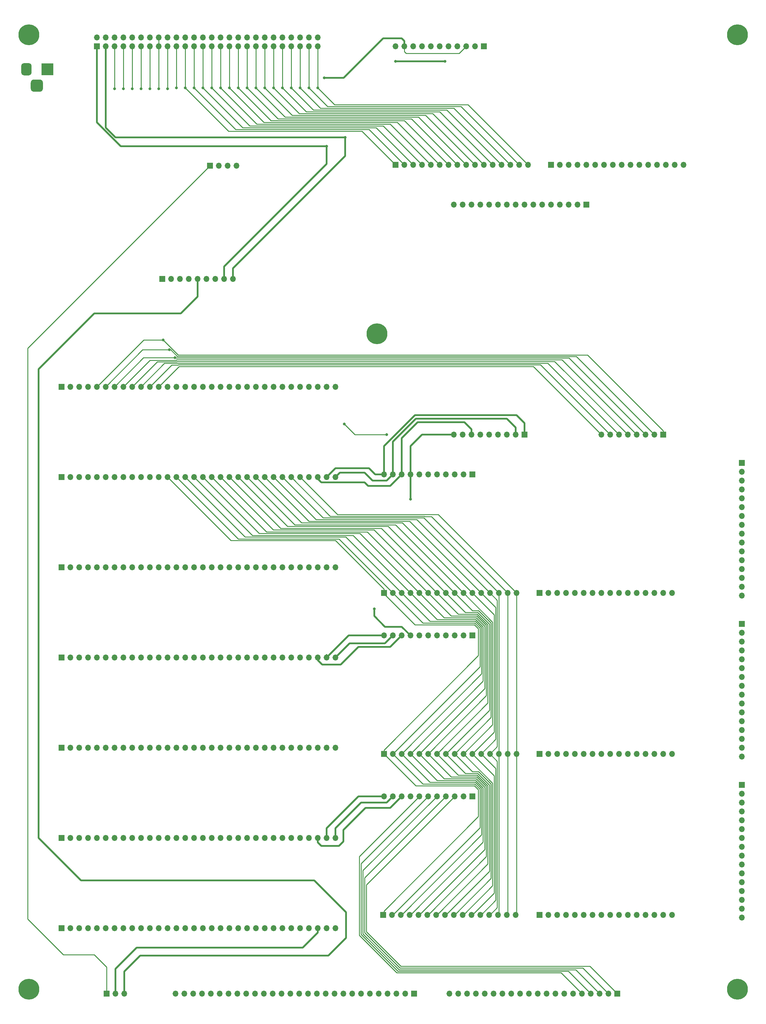
<source format=gbr>
%TF.GenerationSoftware,KiCad,Pcbnew,(5.1.10-1-10_14)*%
%TF.CreationDate,2021-11-29T15:29:07-05:00*%
%TF.ProjectId,FULL-assembly-backplane,46554c4c-2d61-4737-9365-6d626c792d62,rev?*%
%TF.SameCoordinates,Original*%
%TF.FileFunction,Copper,L2,Bot*%
%TF.FilePolarity,Positive*%
%FSLAX46Y46*%
G04 Gerber Fmt 4.6, Leading zero omitted, Abs format (unit mm)*
G04 Created by KiCad (PCBNEW (5.1.10-1-10_14)) date 2021-11-29 15:29:07*
%MOMM*%
%LPD*%
G01*
G04 APERTURE LIST*
%TA.AperFunction,ComponentPad*%
%ADD10O,1.700000X1.700000*%
%TD*%
%TA.AperFunction,ComponentPad*%
%ADD11R,1.700000X1.700000*%
%TD*%
%TA.AperFunction,ComponentPad*%
%ADD12C,6.000000*%
%TD*%
%TA.AperFunction,ComponentPad*%
%ADD13C,0.800000*%
%TD*%
%TA.AperFunction,ComponentPad*%
%ADD14R,3.500000X3.500000*%
%TD*%
%TA.AperFunction,ViaPad*%
%ADD15C,0.800000*%
%TD*%
%TA.AperFunction,Conductor*%
%ADD16C,0.500000*%
%TD*%
%TA.AperFunction,Conductor*%
%ADD17C,0.250000*%
%TD*%
G04 APERTURE END LIST*
D10*
%TO.P,J24,3*%
%TO.N,~CLOCK*%
X139954000Y-270764000D03*
%TO.P,J24,2*%
%TO.N,CLOCK*%
X137414000Y-270764000D03*
D11*
%TO.P,J24,1*%
%TO.N,FREQ_IN*%
X134874000Y-270764000D03*
%TD*%
D10*
%TO.P,J2,20*%
%TO.N,~MAR_LD*%
X233426000Y-270764000D03*
%TO.P,J2,19*%
%TO.N,Net-(J2-Pad19)*%
X235966000Y-270764000D03*
%TO.P,J2,18*%
%TO.N,~WE*%
X238506000Y-270764000D03*
%TO.P,J2,17*%
%TO.N,~OE*%
X241046000Y-270764000D03*
%TO.P,J2,16*%
%TO.N,~CS*%
X243586000Y-270764000D03*
%TO.P,J2,15*%
%TO.N,~DS*%
X246126000Y-270764000D03*
%TO.P,J2,14*%
%TO.N,MODE*%
X248666000Y-270764000D03*
%TO.P,J2,13*%
%TO.N,SP_DEC*%
X251206000Y-270764000D03*
%TO.P,J2,12*%
%TO.N,SP_INC*%
X253746000Y-270764000D03*
%TO.P,J2,11*%
%TO.N,~LD_STACK_P*%
X256286000Y-270764000D03*
%TO.P,J2,10*%
%TO.N,~SP_BO*%
X258826000Y-270764000D03*
%TO.P,J2,9*%
%TO.N,~SP_ADDR*%
X261366000Y-270764000D03*
%TO.P,J2,8*%
%TO.N,~IN_LD*%
X263906000Y-270764000D03*
%TO.P,J2,7*%
%TO.N,~IN_BO*%
X266446000Y-270764000D03*
%TO.P,J2,6*%
%TO.N,~IN_ADDR*%
X268986000Y-270764000D03*
%TO.P,J2,5*%
%TO.N,PC_DEC*%
X271526000Y-270764000D03*
%TO.P,J2,4*%
%TO.N,PC_INC*%
X274066000Y-270764000D03*
%TO.P,J2,3*%
%TO.N,~PC_LD*%
X276606000Y-270764000D03*
%TO.P,J2,2*%
%TO.N,~PC_BO*%
X279146000Y-270764000D03*
D11*
%TO.P,J2,1*%
%TO.N,~PC_ADDR*%
X281686000Y-270764000D03*
%TD*%
D10*
%TO.P,J22,4*%
%TO.N,BUS2*%
X172212000Y-33020000D03*
%TO.P,J22,3*%
%TO.N,BUS1*%
X169672000Y-33020000D03*
%TO.P,J22,2*%
%TO.N,BUS0*%
X167132000Y-33020000D03*
D11*
%TO.P,J22,1*%
%TO.N,FREQ_IN*%
X164592000Y-33020000D03*
%TD*%
D10*
%TO.P,J5,9*%
%TO.N,GND*%
X171196000Y-65532000D03*
%TO.P,J5,8*%
%TO.N,VCC*%
X168656000Y-65532000D03*
%TO.P,J5,7*%
%TO.N,HALT*%
X166116000Y-65532000D03*
%TO.P,J5,6*%
%TO.N,~CLOCK*%
X163576000Y-65532000D03*
%TO.P,J5,5*%
X161036000Y-65532000D03*
%TO.P,J5,4*%
%TO.N,CLOCK*%
X158496000Y-65532000D03*
%TO.P,J5,3*%
X155956000Y-65532000D03*
%TO.P,J5,2*%
X153416000Y-65532000D03*
D11*
%TO.P,J5,1*%
X150876000Y-65532000D03*
%TD*%
D12*
%TO.P,REF\u002A\u002A,1*%
%TO.N,N/C*%
X212598000Y-81280000D03*
D13*
X214848000Y-81280000D03*
X214188990Y-82870990D03*
X212598000Y-83530000D03*
X211007010Y-82870990D03*
X210348000Y-81280000D03*
X211007010Y-79689010D03*
X212598000Y-79030000D03*
X214188990Y-79689010D03*
%TD*%
D10*
%TO.P,J4,9*%
%TO.N,RESET*%
X234696000Y-110236000D03*
%TO.P,J4,8*%
%TO.N,MODE*%
X237236000Y-110236000D03*
%TO.P,J4,7*%
%TO.N,CLOCK*%
X239776000Y-110236000D03*
%TO.P,J4,6*%
%TO.N,~DS*%
X242316000Y-110236000D03*
%TO.P,J4,5*%
%TO.N,~CS*%
X244856000Y-110236000D03*
%TO.P,J4,4*%
%TO.N,~OE*%
X247396000Y-110236000D03*
%TO.P,J4,3*%
%TO.N,~WE*%
X249936000Y-110236000D03*
%TO.P,J4,2*%
%TO.N,GND*%
X252476000Y-110236000D03*
D11*
%TO.P,J4,1*%
%TO.N,VCC*%
X255016000Y-110236000D03*
%TD*%
D10*
%TO.P,J3,8*%
%TO.N,BUS7*%
X277114000Y-110236000D03*
%TO.P,J3,7*%
%TO.N,BUS6*%
X279654000Y-110236000D03*
%TO.P,J3,6*%
%TO.N,BUS5*%
X282194000Y-110236000D03*
%TO.P,J3,5*%
%TO.N,BUS4*%
X284734000Y-110236000D03*
%TO.P,J3,4*%
%TO.N,BUS3*%
X287274000Y-110236000D03*
%TO.P,J3,3*%
%TO.N,BUS2*%
X289814000Y-110236000D03*
%TO.P,J3,2*%
%TO.N,BUS1*%
X292354000Y-110236000D03*
D11*
%TO.P,J3,1*%
%TO.N,BUS0*%
X294894000Y-110236000D03*
%TD*%
D10*
%TO.P,J17,16*%
%TO.N,/MAR_B15*%
X234696000Y-44196000D03*
%TO.P,J17,15*%
%TO.N,/MAR_B14*%
X237236000Y-44196000D03*
%TO.P,J17,14*%
%TO.N,/MAR_B13*%
X239776000Y-44196000D03*
%TO.P,J17,13*%
%TO.N,/MAR_B12*%
X242316000Y-44196000D03*
%TO.P,J17,12*%
%TO.N,/MAR_B11*%
X244856000Y-44196000D03*
%TO.P,J17,11*%
%TO.N,/MAR_B10*%
X247396000Y-44196000D03*
%TO.P,J17,10*%
%TO.N,/MAR_B9*%
X249936000Y-44196000D03*
%TO.P,J17,9*%
%TO.N,/MAR_B8*%
X252476000Y-44196000D03*
%TO.P,J17,8*%
%TO.N,/MAR_B7*%
X255016000Y-44196000D03*
%TO.P,J17,7*%
%TO.N,/MAR_B6*%
X257556000Y-44196000D03*
%TO.P,J17,6*%
%TO.N,/MAR_B5*%
X260096000Y-44196000D03*
%TO.P,J17,5*%
%TO.N,/MAR_B4*%
X262636000Y-44196000D03*
%TO.P,J17,4*%
%TO.N,/MAR_B3*%
X265176000Y-44196000D03*
%TO.P,J17,3*%
%TO.N,/MAR_B2*%
X267716000Y-44196000D03*
%TO.P,J17,2*%
%TO.N,/MAR_B1*%
X270256000Y-44196000D03*
D11*
%TO.P,J17,1*%
%TO.N,/MAR_B0*%
X272796000Y-44196000D03*
%TD*%
D12*
%TO.P,REF\u002A\u002A,1*%
%TO.N,N/C*%
X112522000Y-269494000D03*
D13*
X114772000Y-269494000D03*
X114112990Y-271084990D03*
X112522000Y-271744000D03*
X110931010Y-271084990D03*
X110272000Y-269494000D03*
X110931010Y-267903010D03*
X112522000Y-267244000D03*
X114112990Y-267903010D03*
%TD*%
%TO.P,REF\u002A\u002A,1*%
%TO.N,N/C*%
X317820990Y-267903010D03*
X316230000Y-267244000D03*
X314639010Y-267903010D03*
X313980000Y-269494000D03*
X314639010Y-271084990D03*
X316230000Y-271744000D03*
X317820990Y-271084990D03*
X318480000Y-269494000D03*
D12*
X316230000Y-269494000D03*
%TD*%
%TO.P,REF\u002A\u002A,1*%
%TO.N,N/C*%
X112522000Y4572000D03*
D13*
X114772000Y4572000D03*
X114112990Y2981010D03*
X112522000Y2322000D03*
X110931010Y2981010D03*
X110272000Y4572000D03*
X110931010Y6162990D03*
X112522000Y6822000D03*
X114112990Y6162990D03*
%TD*%
%TO.P,REF\u002A\u002A,1*%
%TO.N,N/C*%
X317820990Y6162990D03*
X316230000Y6822000D03*
X314639010Y6162990D03*
X313980000Y4572000D03*
X314639010Y2981010D03*
X316230000Y2322000D03*
X317820990Y2981010D03*
X318480000Y4572000D03*
D12*
X316230000Y4572000D03*
%TD*%
D10*
%TO.P,J1,28*%
%TO.N,MSB_C*%
X154686000Y-270764000D03*
%TO.P,J1,27*%
%TO.N,LSB_C*%
X157226000Y-270764000D03*
%TO.P,J1,26*%
%TO.N,O_C*%
X159766000Y-270764000D03*
%TO.P,J1,25*%
%TO.N,I_C*%
X162306000Y-270764000D03*
%TO.P,J1,24*%
%TO.N,MSB_D*%
X164846000Y-270764000D03*
%TO.P,J1,23*%
%TO.N,LSB_D*%
X167386000Y-270764000D03*
%TO.P,J1,22*%
%TO.N,O_D*%
X169926000Y-270764000D03*
%TO.P,J1,21*%
%TO.N,I_D*%
X172466000Y-270764000D03*
%TO.P,J1,20*%
%TO.N,MSB_E*%
X175006000Y-270764000D03*
%TO.P,J1,19*%
%TO.N,LSB_E*%
X177546000Y-270764000D03*
%TO.P,J1,18*%
%TO.N,O_E*%
X180086000Y-270764000D03*
%TO.P,J1,17*%
%TO.N,I_E*%
X182626000Y-270764000D03*
%TO.P,J1,16*%
%TO.N,MSB_F*%
X185166000Y-270764000D03*
%TO.P,J1,15*%
%TO.N,LSB_F*%
X187706000Y-270764000D03*
%TO.P,J1,14*%
%TO.N,O_F*%
X190246000Y-270764000D03*
%TO.P,J1,13*%
%TO.N,I_F*%
X192786000Y-270764000D03*
%TO.P,J1,12*%
%TO.N,MSB_SCR_0*%
X195326000Y-270764000D03*
%TO.P,J1,11*%
%TO.N,LSB_SCR_0*%
X197866000Y-270764000D03*
%TO.P,J1,10*%
%TO.N,O_SCR_0*%
X200406000Y-270764000D03*
%TO.P,J1,9*%
%TO.N,I_SCR_0*%
X202946000Y-270764000D03*
%TO.P,J1,8*%
%TO.N,MSB_SCR_1*%
X205486000Y-270764000D03*
%TO.P,J1,7*%
%TO.N,LSB_SCR_1*%
X208026000Y-270764000D03*
%TO.P,J1,6*%
%TO.N,O_SCR_1*%
X210566000Y-270764000D03*
%TO.P,J1,5*%
%TO.N,I_SCR_1*%
X213106000Y-270764000D03*
%TO.P,J1,4*%
%TO.N,MSB_CONST*%
X215646000Y-270764000D03*
%TO.P,J1,3*%
%TO.N,LSB_CONST*%
X218186000Y-270764000D03*
%TO.P,J1,2*%
%TO.N,O_CONST*%
X220726000Y-270764000D03*
D11*
%TO.P,J1,1*%
%TO.N,I_CONST*%
X223266000Y-270764000D03*
%TD*%
D10*
%TO.P,J6,16*%
%TO.N,/SP_B15*%
X297434000Y-155702000D03*
%TO.P,J6,15*%
%TO.N,/SP_B14*%
X294894000Y-155702000D03*
%TO.P,J6,14*%
%TO.N,/SP_B13*%
X292354000Y-155702000D03*
%TO.P,J6,13*%
%TO.N,/SP_B12*%
X289814000Y-155702000D03*
%TO.P,J6,12*%
%TO.N,/SP_B11*%
X287274000Y-155702000D03*
%TO.P,J6,11*%
%TO.N,/SP_B10*%
X284734000Y-155702000D03*
%TO.P,J6,10*%
%TO.N,/SP_B9*%
X282194000Y-155702000D03*
%TO.P,J6,9*%
%TO.N,/SP_B8*%
X279654000Y-155702000D03*
%TO.P,J6,8*%
%TO.N,/SP_B7*%
X277114000Y-155702000D03*
%TO.P,J6,7*%
%TO.N,/SP_B6*%
X274574000Y-155702000D03*
%TO.P,J6,6*%
%TO.N,/SP_B5*%
X272034000Y-155702000D03*
%TO.P,J6,5*%
%TO.N,/SP_B4*%
X269494000Y-155702000D03*
%TO.P,J6,4*%
%TO.N,/SP_B3*%
X266954000Y-155702000D03*
%TO.P,J6,3*%
%TO.N,/SP_B2*%
X264414000Y-155702000D03*
%TO.P,J6,2*%
%TO.N,/SP_B1*%
X261874000Y-155702000D03*
D11*
%TO.P,J6,1*%
%TO.N,/SP_B0*%
X259334000Y-155702000D03*
%TD*%
%TO.P,J13,1*%
%TO.N,L0*%
X214376000Y-248158000D03*
D10*
%TO.P,J13,2*%
%TO.N,L1*%
X216916000Y-248158000D03*
%TO.P,J13,3*%
%TO.N,L2*%
X219456000Y-248158000D03*
%TO.P,J13,4*%
%TO.N,L3*%
X221996000Y-248158000D03*
%TO.P,J13,5*%
%TO.N,L4*%
X224536000Y-248158000D03*
%TO.P,J13,6*%
%TO.N,L5*%
X227076000Y-248158000D03*
%TO.P,J13,7*%
%TO.N,L6*%
X229616000Y-248158000D03*
%TO.P,J13,8*%
%TO.N,L7*%
X232156000Y-248158000D03*
%TO.P,J13,9*%
%TO.N,M0*%
X234696000Y-248158000D03*
%TO.P,J13,10*%
%TO.N,M1*%
X237236000Y-248158000D03*
%TO.P,J13,11*%
%TO.N,M2*%
X239776000Y-248158000D03*
%TO.P,J13,12*%
%TO.N,M3*%
X242316000Y-248158000D03*
%TO.P,J13,13*%
%TO.N,M4*%
X244856000Y-248158000D03*
%TO.P,J13,14*%
%TO.N,M5*%
X247396000Y-248158000D03*
%TO.P,J13,15*%
%TO.N,M6*%
X249936000Y-248158000D03*
%TO.P,J13,16*%
%TO.N,M7*%
X252476000Y-248158000D03*
%TD*%
%TO.P,J20,11*%
%TO.N,VCC*%
X217932000Y1270000D03*
%TO.P,J20,10*%
%TO.N,GND*%
X220472000Y1270000D03*
%TO.P,J20,9*%
%TO.N,CLOCK*%
X223012000Y1270000D03*
%TO.P,J20,8*%
%TO.N,RESET*%
X225552000Y1270000D03*
%TO.P,J20,7*%
%TO.N,Net-(J20-Pad7)*%
X228092000Y1270000D03*
%TO.P,J20,6*%
%TO.N,Net-(J20-Pad6)*%
X230632000Y1270000D03*
%TO.P,J20,5*%
%TO.N,~MAR_LD*%
X233172000Y1270000D03*
%TO.P,J20,4*%
%TO.N,VCC*%
X235712000Y1270000D03*
%TO.P,J20,3*%
%TO.N,GND*%
X238252000Y1270000D03*
%TO.P,J20,2*%
%TO.N,Net-(J20-Pad2)*%
X240792000Y1270000D03*
D11*
%TO.P,J20,1*%
%TO.N,Net-(J20-Pad1)*%
X243332000Y1270000D03*
%TD*%
D10*
%TO.P,J19,11*%
%TO.N,VCC*%
X214630000Y-167894000D03*
%TO.P,J19,10*%
%TO.N,GND*%
X217170000Y-167894000D03*
%TO.P,J19,9*%
%TO.N,CLOCK*%
X219710000Y-167894000D03*
%TO.P,J19,8*%
%TO.N,RESET*%
X222250000Y-167894000D03*
%TO.P,J19,7*%
%TO.N,Net-(J19-Pad7)*%
X224790000Y-167894000D03*
%TO.P,J19,6*%
%TO.N,Net-(J19-Pad6)*%
X227330000Y-167894000D03*
%TO.P,J19,5*%
%TO.N,~IN_LD*%
X229870000Y-167894000D03*
%TO.P,J19,4*%
%TO.N,~IN_BO*%
X232410000Y-167894000D03*
%TO.P,J19,3*%
%TO.N,~IN_ADDR*%
X234950000Y-167894000D03*
%TO.P,J19,2*%
%TO.N,Net-(J19-Pad2)*%
X237490000Y-167894000D03*
D11*
%TO.P,J19,1*%
%TO.N,Net-(J19-Pad1)*%
X240030000Y-167894000D03*
%TD*%
D10*
%TO.P,J21,11*%
%TO.N,VCC*%
X214630000Y-214122000D03*
%TO.P,J21,10*%
%TO.N,GND*%
X217170000Y-214122000D03*
%TO.P,J21,9*%
%TO.N,CLOCK*%
X219710000Y-214122000D03*
%TO.P,J21,8*%
%TO.N,RESET*%
X222250000Y-214122000D03*
%TO.P,J21,7*%
%TO.N,PC_DEC*%
X224790000Y-214122000D03*
%TO.P,J21,6*%
%TO.N,PC_INC*%
X227330000Y-214122000D03*
%TO.P,J21,5*%
%TO.N,~PC_LD*%
X229870000Y-214122000D03*
%TO.P,J21,4*%
%TO.N,~PC_BO*%
X232410000Y-214122000D03*
%TO.P,J21,3*%
%TO.N,~PC_ADDR*%
X234950000Y-214122000D03*
%TO.P,J21,2*%
%TO.N,Net-(J21-Pad2)*%
X237490000Y-214122000D03*
D11*
%TO.P,J21,1*%
%TO.N,Net-(J21-Pad1)*%
X240030000Y-214122000D03*
%TD*%
D10*
%TO.P,J7,16*%
%TO.N,M7*%
X252730000Y-155702000D03*
%TO.P,J7,15*%
%TO.N,M6*%
X250190000Y-155702000D03*
%TO.P,J7,14*%
%TO.N,M5*%
X247650000Y-155702000D03*
%TO.P,J7,13*%
%TO.N,M4*%
X245110000Y-155702000D03*
%TO.P,J7,12*%
%TO.N,M3*%
X242570000Y-155702000D03*
%TO.P,J7,11*%
%TO.N,M2*%
X240030000Y-155702000D03*
%TO.P,J7,10*%
%TO.N,M1*%
X237490000Y-155702000D03*
%TO.P,J7,9*%
%TO.N,M0*%
X234950000Y-155702000D03*
%TO.P,J7,8*%
%TO.N,L7*%
X232410000Y-155702000D03*
%TO.P,J7,7*%
%TO.N,L6*%
X229870000Y-155702000D03*
%TO.P,J7,6*%
%TO.N,L5*%
X227330000Y-155702000D03*
%TO.P,J7,5*%
%TO.N,L4*%
X224790000Y-155702000D03*
%TO.P,J7,4*%
%TO.N,L3*%
X222250000Y-155702000D03*
%TO.P,J7,3*%
%TO.N,L2*%
X219710000Y-155702000D03*
%TO.P,J7,2*%
%TO.N,L1*%
X217170000Y-155702000D03*
D11*
%TO.P,J7,1*%
%TO.N,L0*%
X214630000Y-155702000D03*
%TD*%
D10*
%TO.P,J9,16*%
%TO.N,/IN_B15*%
X297434000Y-201930000D03*
%TO.P,J9,15*%
%TO.N,/IN_B14*%
X294894000Y-201930000D03*
%TO.P,J9,14*%
%TO.N,/IN_B13*%
X292354000Y-201930000D03*
%TO.P,J9,13*%
%TO.N,/IN_B12*%
X289814000Y-201930000D03*
%TO.P,J9,12*%
%TO.N,/IN_B11*%
X287274000Y-201930000D03*
%TO.P,J9,11*%
%TO.N,/IN_B10*%
X284734000Y-201930000D03*
%TO.P,J9,10*%
%TO.N,/IN_B9*%
X282194000Y-201930000D03*
%TO.P,J9,9*%
%TO.N,/IN_B8*%
X279654000Y-201930000D03*
%TO.P,J9,8*%
%TO.N,/IN_B7*%
X277114000Y-201930000D03*
%TO.P,J9,7*%
%TO.N,/IN_B6*%
X274574000Y-201930000D03*
%TO.P,J9,6*%
%TO.N,/IN_B5*%
X272034000Y-201930000D03*
%TO.P,J9,5*%
%TO.N,/IN_B4*%
X269494000Y-201930000D03*
%TO.P,J9,4*%
%TO.N,/IN_B3*%
X266954000Y-201930000D03*
%TO.P,J9,3*%
%TO.N,/IN_B2*%
X264414000Y-201930000D03*
%TO.P,J9,2*%
%TO.N,/IN_B1*%
X261874000Y-201930000D03*
D11*
%TO.P,J9,1*%
%TO.N,/IN_B0*%
X259334000Y-201930000D03*
%TD*%
D10*
%TO.P,J10,16*%
%TO.N,M7*%
X252730000Y-201930000D03*
%TO.P,J10,15*%
%TO.N,M6*%
X250190000Y-201930000D03*
%TO.P,J10,14*%
%TO.N,M5*%
X247650000Y-201930000D03*
%TO.P,J10,13*%
%TO.N,M4*%
X245110000Y-201930000D03*
%TO.P,J10,12*%
%TO.N,M3*%
X242570000Y-201930000D03*
%TO.P,J10,11*%
%TO.N,M2*%
X240030000Y-201930000D03*
%TO.P,J10,10*%
%TO.N,M1*%
X237490000Y-201930000D03*
%TO.P,J10,9*%
%TO.N,M0*%
X234950000Y-201930000D03*
%TO.P,J10,8*%
%TO.N,L7*%
X232410000Y-201930000D03*
%TO.P,J10,7*%
%TO.N,L6*%
X229870000Y-201930000D03*
%TO.P,J10,6*%
%TO.N,L5*%
X227330000Y-201930000D03*
%TO.P,J10,5*%
%TO.N,L4*%
X224790000Y-201930000D03*
%TO.P,J10,4*%
%TO.N,L3*%
X222250000Y-201930000D03*
%TO.P,J10,3*%
%TO.N,L2*%
X219710000Y-201930000D03*
%TO.P,J10,2*%
%TO.N,L1*%
X217170000Y-201930000D03*
D11*
%TO.P,J10,1*%
%TO.N,L0*%
X214630000Y-201930000D03*
%TD*%
D10*
%TO.P,J12,16*%
%TO.N,/PC_B15*%
X297434000Y-248158000D03*
%TO.P,J12,15*%
%TO.N,/PC_B14*%
X294894000Y-248158000D03*
%TO.P,J12,14*%
%TO.N,/PC_B13*%
X292354000Y-248158000D03*
%TO.P,J12,13*%
%TO.N,/PC_B12*%
X289814000Y-248158000D03*
%TO.P,J12,12*%
%TO.N,/PC_B11*%
X287274000Y-248158000D03*
%TO.P,J12,11*%
%TO.N,/PC_B10*%
X284734000Y-248158000D03*
%TO.P,J12,10*%
%TO.N,/PC_B9*%
X282194000Y-248158000D03*
%TO.P,J12,9*%
%TO.N,/PC_B8*%
X279654000Y-248158000D03*
%TO.P,J12,8*%
%TO.N,/PC_B7*%
X277114000Y-248158000D03*
%TO.P,J12,7*%
%TO.N,/PC_B6*%
X274574000Y-248158000D03*
%TO.P,J12,6*%
%TO.N,/PC_B5*%
X272034000Y-248158000D03*
%TO.P,J12,5*%
%TO.N,/PC_B4*%
X269494000Y-248158000D03*
%TO.P,J12,4*%
%TO.N,/PC_B3*%
X266954000Y-248158000D03*
%TO.P,J12,3*%
%TO.N,/PC_B2*%
X264414000Y-248158000D03*
%TO.P,J12,2*%
%TO.N,/PC_B1*%
X261874000Y-248158000D03*
D11*
%TO.P,J12,1*%
%TO.N,/PC_B0*%
X259334000Y-248158000D03*
%TD*%
D10*
%TO.P,J15,16*%
%TO.N,/MAR_B15*%
X300736000Y-32766000D03*
%TO.P,J15,15*%
%TO.N,/MAR_B14*%
X298196000Y-32766000D03*
%TO.P,J15,14*%
%TO.N,/MAR_B13*%
X295656000Y-32766000D03*
%TO.P,J15,13*%
%TO.N,/MAR_B12*%
X293116000Y-32766000D03*
%TO.P,J15,12*%
%TO.N,/MAR_B11*%
X290576000Y-32766000D03*
%TO.P,J15,11*%
%TO.N,/MAR_B10*%
X288036000Y-32766000D03*
%TO.P,J15,10*%
%TO.N,/MAR_B9*%
X285496000Y-32766000D03*
%TO.P,J15,9*%
%TO.N,/MAR_B8*%
X282956000Y-32766000D03*
%TO.P,J15,8*%
%TO.N,/MAR_B7*%
X280416000Y-32766000D03*
%TO.P,J15,7*%
%TO.N,/MAR_B6*%
X277876000Y-32766000D03*
%TO.P,J15,6*%
%TO.N,/MAR_B5*%
X275336000Y-32766000D03*
%TO.P,J15,5*%
%TO.N,/MAR_B4*%
X272796000Y-32766000D03*
%TO.P,J15,4*%
%TO.N,/MAR_B3*%
X270256000Y-32766000D03*
%TO.P,J15,3*%
%TO.N,/MAR_B2*%
X267716000Y-32766000D03*
%TO.P,J15,2*%
%TO.N,/MAR_B1*%
X265176000Y-32766000D03*
D11*
%TO.P,J15,1*%
%TO.N,/MAR_B0*%
X262636000Y-32766000D03*
%TD*%
D10*
%TO.P,J18,11*%
%TO.N,VCC*%
X214630000Y-121666000D03*
%TO.P,J18,10*%
%TO.N,GND*%
X217170000Y-121666000D03*
%TO.P,J18,9*%
%TO.N,CLOCK*%
X219710000Y-121666000D03*
%TO.P,J18,8*%
%TO.N,RESET*%
X222250000Y-121666000D03*
%TO.P,J18,7*%
%TO.N,SP_DEC*%
X224790000Y-121666000D03*
%TO.P,J18,6*%
%TO.N,SP_INC*%
X227330000Y-121666000D03*
%TO.P,J18,5*%
%TO.N,~LD_STACK_P*%
X229870000Y-121666000D03*
%TO.P,J18,4*%
%TO.N,~SP_BO*%
X232410000Y-121666000D03*
%TO.P,J18,3*%
%TO.N,~SP_ADDR*%
X234950000Y-121666000D03*
%TO.P,J18,2*%
%TO.N,Net-(J18-Pad2)*%
X237490000Y-121666000D03*
D11*
%TO.P,J18,1*%
%TO.N,Net-(J18-Pad1)*%
X240030000Y-121666000D03*
%TD*%
D10*
%TO.P,J16,16*%
%TO.N,M7*%
X256032000Y-32766000D03*
%TO.P,J16,15*%
%TO.N,M6*%
X253492000Y-32766000D03*
%TO.P,J16,14*%
%TO.N,M5*%
X250952000Y-32766000D03*
%TO.P,J16,13*%
%TO.N,M4*%
X248412000Y-32766000D03*
%TO.P,J16,12*%
%TO.N,M3*%
X245872000Y-32766000D03*
%TO.P,J16,11*%
%TO.N,M2*%
X243332000Y-32766000D03*
%TO.P,J16,10*%
%TO.N,M1*%
X240792000Y-32766000D03*
%TO.P,J16,9*%
%TO.N,M0*%
X238252000Y-32766000D03*
%TO.P,J16,8*%
%TO.N,L7*%
X235712000Y-32766000D03*
%TO.P,J16,7*%
%TO.N,L6*%
X233172000Y-32766000D03*
%TO.P,J16,6*%
%TO.N,L5*%
X230632000Y-32766000D03*
%TO.P,J16,5*%
%TO.N,L4*%
X228092000Y-32766000D03*
%TO.P,J16,4*%
%TO.N,L3*%
X225552000Y-32766000D03*
%TO.P,J16,3*%
%TO.N,L2*%
X223012000Y-32766000D03*
%TO.P,J16,2*%
%TO.N,L1*%
X220472000Y-32766000D03*
D11*
%TO.P,J16,1*%
%TO.N,L0*%
X217932000Y-32766000D03*
%TD*%
D10*
%TO.P,J8,16*%
%TO.N,/SP_B15*%
X317500000Y-156464000D03*
%TO.P,J8,15*%
%TO.N,/SP_B14*%
X317500000Y-153924000D03*
%TO.P,J8,14*%
%TO.N,/SP_B13*%
X317500000Y-151384000D03*
%TO.P,J8,13*%
%TO.N,/SP_B12*%
X317500000Y-148844000D03*
%TO.P,J8,12*%
%TO.N,/SP_B11*%
X317500000Y-146304000D03*
%TO.P,J8,11*%
%TO.N,/SP_B10*%
X317500000Y-143764000D03*
%TO.P,J8,10*%
%TO.N,/SP_B9*%
X317500000Y-141224000D03*
%TO.P,J8,9*%
%TO.N,/SP_B8*%
X317500000Y-138684000D03*
%TO.P,J8,8*%
%TO.N,/SP_B7*%
X317500000Y-136144000D03*
%TO.P,J8,7*%
%TO.N,/SP_B6*%
X317500000Y-133604000D03*
%TO.P,J8,6*%
%TO.N,/SP_B5*%
X317500000Y-131064000D03*
%TO.P,J8,5*%
%TO.N,/SP_B4*%
X317500000Y-128524000D03*
%TO.P,J8,4*%
%TO.N,/SP_B3*%
X317500000Y-125984000D03*
%TO.P,J8,3*%
%TO.N,/SP_B2*%
X317500000Y-123444000D03*
%TO.P,J8,2*%
%TO.N,/SP_B1*%
X317500000Y-120904000D03*
D11*
%TO.P,J8,1*%
%TO.N,/SP_B0*%
X317500000Y-118364000D03*
%TD*%
D10*
%TO.P,J11,16*%
%TO.N,/IN_B15*%
X317500000Y-202692000D03*
%TO.P,J11,15*%
%TO.N,/IN_B14*%
X317500000Y-200152000D03*
%TO.P,J11,14*%
%TO.N,/IN_B13*%
X317500000Y-197612000D03*
%TO.P,J11,13*%
%TO.N,/IN_B12*%
X317500000Y-195072000D03*
%TO.P,J11,12*%
%TO.N,/IN_B11*%
X317500000Y-192532000D03*
%TO.P,J11,11*%
%TO.N,/IN_B10*%
X317500000Y-189992000D03*
%TO.P,J11,10*%
%TO.N,/IN_B9*%
X317500000Y-187452000D03*
%TO.P,J11,9*%
%TO.N,/IN_B8*%
X317500000Y-184912000D03*
%TO.P,J11,8*%
%TO.N,/IN_B7*%
X317500000Y-182372000D03*
%TO.P,J11,7*%
%TO.N,/IN_B6*%
X317500000Y-179832000D03*
%TO.P,J11,6*%
%TO.N,/IN_B5*%
X317500000Y-177292000D03*
%TO.P,J11,5*%
%TO.N,/IN_B4*%
X317500000Y-174752000D03*
%TO.P,J11,4*%
%TO.N,/IN_B3*%
X317500000Y-172212000D03*
%TO.P,J11,3*%
%TO.N,/IN_B2*%
X317500000Y-169672000D03*
%TO.P,J11,2*%
%TO.N,/IN_B1*%
X317500000Y-167132000D03*
D11*
%TO.P,J11,1*%
%TO.N,/IN_B0*%
X317500000Y-164592000D03*
%TD*%
D10*
%TO.P,J14,16*%
%TO.N,/PC_B15*%
X317500000Y-248920000D03*
%TO.P,J14,15*%
%TO.N,/PC_B14*%
X317500000Y-246380000D03*
%TO.P,J14,14*%
%TO.N,/PC_B13*%
X317500000Y-243840000D03*
%TO.P,J14,13*%
%TO.N,/PC_B12*%
X317500000Y-241300000D03*
%TO.P,J14,12*%
%TO.N,/PC_B11*%
X317500000Y-238760000D03*
%TO.P,J14,11*%
%TO.N,/PC_B10*%
X317500000Y-236220000D03*
%TO.P,J14,10*%
%TO.N,/PC_B9*%
X317500000Y-233680000D03*
%TO.P,J14,9*%
%TO.N,/PC_B8*%
X317500000Y-231140000D03*
%TO.P,J14,8*%
%TO.N,/PC_B7*%
X317500000Y-228600000D03*
%TO.P,J14,7*%
%TO.N,/PC_B6*%
X317500000Y-226060000D03*
%TO.P,J14,6*%
%TO.N,/PC_B5*%
X317500000Y-223520000D03*
%TO.P,J14,5*%
%TO.N,/PC_B4*%
X317500000Y-220980000D03*
%TO.P,J14,4*%
%TO.N,/PC_B3*%
X317500000Y-218440000D03*
%TO.P,J14,3*%
%TO.N,/PC_B2*%
X317500000Y-215900000D03*
%TO.P,J14,2*%
%TO.N,/PC_B1*%
X317500000Y-213360000D03*
D11*
%TO.P,J14,1*%
%TO.N,/PC_B0*%
X317500000Y-210820000D03*
%TD*%
%TO.P,J34,1*%
%TO.N,MSB_E*%
X121920000Y-148336000D03*
D10*
%TO.P,J34,2*%
%TO.N,LSB_E*%
X124460000Y-148336000D03*
%TO.P,J34,3*%
%TO.N,O_E*%
X127000000Y-148336000D03*
%TO.P,J34,4*%
%TO.N,I_E*%
X129540000Y-148336000D03*
%TO.P,J34,5*%
%TO.N,BUS0*%
X132080000Y-148336000D03*
%TO.P,J34,6*%
%TO.N,BUS1*%
X134620000Y-148336000D03*
%TO.P,J34,7*%
%TO.N,BUS2*%
X137160000Y-148336000D03*
%TO.P,J34,8*%
%TO.N,BUS3*%
X139700000Y-148336000D03*
%TO.P,J34,9*%
%TO.N,BUS4*%
X142240000Y-148336000D03*
%TO.P,J34,10*%
%TO.N,BUS5*%
X144780000Y-148336000D03*
%TO.P,J34,11*%
%TO.N,BUS6*%
X147320000Y-148336000D03*
%TO.P,J34,12*%
%TO.N,BUS7*%
X149860000Y-148336000D03*
%TO.P,J34,13*%
%TO.N,L0*%
X152400000Y-148336000D03*
%TO.P,J34,14*%
%TO.N,L1*%
X154940000Y-148336000D03*
%TO.P,J34,15*%
%TO.N,L2*%
X157480000Y-148336000D03*
%TO.P,J34,16*%
%TO.N,L3*%
X160020000Y-148336000D03*
%TO.P,J34,17*%
%TO.N,L4*%
X162560000Y-148336000D03*
%TO.P,J34,18*%
%TO.N,L5*%
X165100000Y-148336000D03*
%TO.P,J34,19*%
%TO.N,L6*%
X167640000Y-148336000D03*
%TO.P,J34,20*%
%TO.N,L7*%
X170180000Y-148336000D03*
%TO.P,J34,21*%
%TO.N,M0*%
X172720000Y-148336000D03*
%TO.P,J34,22*%
%TO.N,M1*%
X175260000Y-148336000D03*
%TO.P,J34,23*%
%TO.N,M2*%
X177800000Y-148336000D03*
%TO.P,J34,24*%
%TO.N,M3*%
X180340000Y-148336000D03*
%TO.P,J34,25*%
%TO.N,M4*%
X182880000Y-148336000D03*
%TO.P,J34,26*%
%TO.N,M5*%
X185420000Y-148336000D03*
%TO.P,J34,27*%
%TO.N,M6*%
X187960000Y-148336000D03*
%TO.P,J34,28*%
%TO.N,M7*%
X190500000Y-148336000D03*
%TO.P,J34,29*%
%TO.N,Net-(J34-Pad29)*%
X193040000Y-148336000D03*
%TO.P,J34,30*%
%TO.N,CLOCK*%
X195580000Y-148336000D03*
%TO.P,J34,31*%
%TO.N,VCC*%
X198120000Y-148336000D03*
%TO.P,J34,32*%
%TO.N,GND*%
X200660000Y-148336000D03*
%TD*%
D11*
%TO.P,J36,1*%
%TO.N,MSB_SCR_0*%
X121920000Y-200152000D03*
D10*
%TO.P,J36,2*%
%TO.N,LSB_SCR_0*%
X124460000Y-200152000D03*
%TO.P,J36,3*%
%TO.N,O_SCR_0*%
X127000000Y-200152000D03*
%TO.P,J36,4*%
%TO.N,I_SCR_0*%
X129540000Y-200152000D03*
%TO.P,J36,5*%
%TO.N,BUS0*%
X132080000Y-200152000D03*
%TO.P,J36,6*%
%TO.N,BUS1*%
X134620000Y-200152000D03*
%TO.P,J36,7*%
%TO.N,BUS2*%
X137160000Y-200152000D03*
%TO.P,J36,8*%
%TO.N,BUS3*%
X139700000Y-200152000D03*
%TO.P,J36,9*%
%TO.N,BUS4*%
X142240000Y-200152000D03*
%TO.P,J36,10*%
%TO.N,BUS5*%
X144780000Y-200152000D03*
%TO.P,J36,11*%
%TO.N,BUS6*%
X147320000Y-200152000D03*
%TO.P,J36,12*%
%TO.N,BUS7*%
X149860000Y-200152000D03*
%TO.P,J36,13*%
%TO.N,L0*%
X152400000Y-200152000D03*
%TO.P,J36,14*%
%TO.N,L1*%
X154940000Y-200152000D03*
%TO.P,J36,15*%
%TO.N,L2*%
X157480000Y-200152000D03*
%TO.P,J36,16*%
%TO.N,L3*%
X160020000Y-200152000D03*
%TO.P,J36,17*%
%TO.N,L4*%
X162560000Y-200152000D03*
%TO.P,J36,18*%
%TO.N,L5*%
X165100000Y-200152000D03*
%TO.P,J36,19*%
%TO.N,L6*%
X167640000Y-200152000D03*
%TO.P,J36,20*%
%TO.N,L7*%
X170180000Y-200152000D03*
%TO.P,J36,21*%
%TO.N,M0*%
X172720000Y-200152000D03*
%TO.P,J36,22*%
%TO.N,M1*%
X175260000Y-200152000D03*
%TO.P,J36,23*%
%TO.N,M2*%
X177800000Y-200152000D03*
%TO.P,J36,24*%
%TO.N,M3*%
X180340000Y-200152000D03*
%TO.P,J36,25*%
%TO.N,M4*%
X182880000Y-200152000D03*
%TO.P,J36,26*%
%TO.N,M5*%
X185420000Y-200152000D03*
%TO.P,J36,27*%
%TO.N,M6*%
X187960000Y-200152000D03*
%TO.P,J36,28*%
%TO.N,M7*%
X190500000Y-200152000D03*
%TO.P,J36,29*%
%TO.N,Net-(J36-Pad29)*%
X193040000Y-200152000D03*
%TO.P,J36,30*%
%TO.N,CLOCK*%
X195580000Y-200152000D03*
%TO.P,J36,31*%
%TO.N,VCC*%
X198120000Y-200152000D03*
%TO.P,J36,32*%
%TO.N,GND*%
X200660000Y-200152000D03*
%TD*%
D11*
%TO.P,J32,1*%
%TO.N,MSB_C*%
X121920000Y-96520000D03*
D10*
%TO.P,J32,2*%
%TO.N,LSB_C*%
X124460000Y-96520000D03*
%TO.P,J32,3*%
%TO.N,O_C*%
X127000000Y-96520000D03*
%TO.P,J32,4*%
%TO.N,I_C*%
X129540000Y-96520000D03*
%TO.P,J32,5*%
%TO.N,BUS0*%
X132080000Y-96520000D03*
%TO.P,J32,6*%
%TO.N,BUS1*%
X134620000Y-96520000D03*
%TO.P,J32,7*%
%TO.N,BUS2*%
X137160000Y-96520000D03*
%TO.P,J32,8*%
%TO.N,BUS3*%
X139700000Y-96520000D03*
%TO.P,J32,9*%
%TO.N,BUS4*%
X142240000Y-96520000D03*
%TO.P,J32,10*%
%TO.N,BUS5*%
X144780000Y-96520000D03*
%TO.P,J32,11*%
%TO.N,BUS6*%
X147320000Y-96520000D03*
%TO.P,J32,12*%
%TO.N,BUS7*%
X149860000Y-96520000D03*
%TO.P,J32,13*%
%TO.N,L0*%
X152400000Y-96520000D03*
%TO.P,J32,14*%
%TO.N,L1*%
X154940000Y-96520000D03*
%TO.P,J32,15*%
%TO.N,L2*%
X157480000Y-96520000D03*
%TO.P,J32,16*%
%TO.N,L3*%
X160020000Y-96520000D03*
%TO.P,J32,17*%
%TO.N,L4*%
X162560000Y-96520000D03*
%TO.P,J32,18*%
%TO.N,L5*%
X165100000Y-96520000D03*
%TO.P,J32,19*%
%TO.N,L6*%
X167640000Y-96520000D03*
%TO.P,J32,20*%
%TO.N,L7*%
X170180000Y-96520000D03*
%TO.P,J32,21*%
%TO.N,M0*%
X172720000Y-96520000D03*
%TO.P,J32,22*%
%TO.N,M1*%
X175260000Y-96520000D03*
%TO.P,J32,23*%
%TO.N,M2*%
X177800000Y-96520000D03*
%TO.P,J32,24*%
%TO.N,M3*%
X180340000Y-96520000D03*
%TO.P,J32,25*%
%TO.N,M4*%
X182880000Y-96520000D03*
%TO.P,J32,26*%
%TO.N,M5*%
X185420000Y-96520000D03*
%TO.P,J32,27*%
%TO.N,M6*%
X187960000Y-96520000D03*
%TO.P,J32,28*%
%TO.N,M7*%
X190500000Y-96520000D03*
%TO.P,J32,29*%
%TO.N,Net-(J32-Pad29)*%
X193040000Y-96520000D03*
%TO.P,J32,30*%
%TO.N,CLOCK*%
X195580000Y-96520000D03*
%TO.P,J32,31*%
%TO.N,VCC*%
X198120000Y-96520000D03*
%TO.P,J32,32*%
%TO.N,GND*%
X200660000Y-96520000D03*
%TD*%
%TO.P,J37,52*%
%TO.N,M7*%
X195580000Y3810000D03*
%TO.P,J37,51*%
X195580000Y1270000D03*
%TO.P,J37,50*%
%TO.N,M6*%
X193040000Y3810000D03*
%TO.P,J37,49*%
X193040000Y1270000D03*
%TO.P,J37,48*%
%TO.N,M5*%
X190500000Y3810000D03*
%TO.P,J37,47*%
X190500000Y1270000D03*
%TO.P,J37,46*%
%TO.N,M4*%
X187960000Y3810000D03*
%TO.P,J37,45*%
X187960000Y1270000D03*
%TO.P,J37,44*%
%TO.N,M3*%
X185420000Y3810000D03*
%TO.P,J37,43*%
X185420000Y1270000D03*
%TO.P,J37,42*%
%TO.N,M2*%
X182880000Y3810000D03*
%TO.P,J37,41*%
X182880000Y1270000D03*
%TO.P,J37,40*%
%TO.N,M1*%
X180340000Y3810000D03*
%TO.P,J37,39*%
X180340000Y1270000D03*
%TO.P,J37,38*%
%TO.N,M0*%
X177800000Y3810000D03*
%TO.P,J37,37*%
X177800000Y1270000D03*
%TO.P,J37,36*%
%TO.N,L7*%
X175260000Y3810000D03*
%TO.P,J37,35*%
X175260000Y1270000D03*
%TO.P,J37,34*%
%TO.N,L6*%
X172720000Y3810000D03*
%TO.P,J37,33*%
X172720000Y1270000D03*
%TO.P,J37,32*%
%TO.N,L5*%
X170180000Y3810000D03*
%TO.P,J37,31*%
X170180000Y1270000D03*
%TO.P,J37,30*%
%TO.N,L4*%
X167640000Y3810000D03*
%TO.P,J37,29*%
X167640000Y1270000D03*
%TO.P,J37,28*%
%TO.N,L3*%
X165100000Y3810000D03*
%TO.P,J37,27*%
X165100000Y1270000D03*
%TO.P,J37,26*%
%TO.N,L2*%
X162560000Y3810000D03*
%TO.P,J37,25*%
X162560000Y1270000D03*
%TO.P,J37,24*%
%TO.N,L1*%
X160020000Y3810000D03*
%TO.P,J37,23*%
X160020000Y1270000D03*
%TO.P,J37,22*%
%TO.N,L0*%
X157480000Y3810000D03*
%TO.P,J37,21*%
X157480000Y1270000D03*
%TO.P,J37,20*%
%TO.N,BUS7*%
X154940000Y3810000D03*
%TO.P,J37,19*%
X154940000Y1270000D03*
%TO.P,J37,18*%
%TO.N,BUS6*%
X152400000Y3810000D03*
%TO.P,J37,17*%
X152400000Y1270000D03*
%TO.P,J37,16*%
%TO.N,BUS5*%
X149860000Y3810000D03*
%TO.P,J37,15*%
X149860000Y1270000D03*
%TO.P,J37,14*%
%TO.N,BUS4*%
X147320000Y3810000D03*
%TO.P,J37,13*%
X147320000Y1270000D03*
%TO.P,J37,12*%
%TO.N,BUS3*%
X144780000Y3810000D03*
%TO.P,J37,11*%
X144780000Y1270000D03*
%TO.P,J37,10*%
%TO.N,BUS2*%
X142240000Y3810000D03*
%TO.P,J37,9*%
X142240000Y1270000D03*
%TO.P,J37,8*%
%TO.N,BUS1*%
X139700000Y3810000D03*
%TO.P,J37,7*%
X139700000Y1270000D03*
%TO.P,J37,6*%
%TO.N,BUS0*%
X137160000Y3810000D03*
%TO.P,J37,5*%
X137160000Y1270000D03*
%TO.P,J37,4*%
%TO.N,GND*%
X134620000Y3810000D03*
%TO.P,J37,3*%
X134620000Y1270000D03*
%TO.P,J37,2*%
%TO.N,VCC*%
X132080000Y3810000D03*
D11*
%TO.P,J37,1*%
X132080000Y1270000D03*
%TD*%
%TO.P,J33,1*%
%TO.N,MSB_D*%
X121920000Y-122428000D03*
D10*
%TO.P,J33,2*%
%TO.N,LSB_D*%
X124460000Y-122428000D03*
%TO.P,J33,3*%
%TO.N,O_D*%
X127000000Y-122428000D03*
%TO.P,J33,4*%
%TO.N,I_D*%
X129540000Y-122428000D03*
%TO.P,J33,5*%
%TO.N,BUS0*%
X132080000Y-122428000D03*
%TO.P,J33,6*%
%TO.N,BUS1*%
X134620000Y-122428000D03*
%TO.P,J33,7*%
%TO.N,BUS2*%
X137160000Y-122428000D03*
%TO.P,J33,8*%
%TO.N,BUS3*%
X139700000Y-122428000D03*
%TO.P,J33,9*%
%TO.N,BUS4*%
X142240000Y-122428000D03*
%TO.P,J33,10*%
%TO.N,BUS5*%
X144780000Y-122428000D03*
%TO.P,J33,11*%
%TO.N,BUS6*%
X147320000Y-122428000D03*
%TO.P,J33,12*%
%TO.N,BUS7*%
X149860000Y-122428000D03*
%TO.P,J33,13*%
%TO.N,L0*%
X152400000Y-122428000D03*
%TO.P,J33,14*%
%TO.N,L1*%
X154940000Y-122428000D03*
%TO.P,J33,15*%
%TO.N,L2*%
X157480000Y-122428000D03*
%TO.P,J33,16*%
%TO.N,L3*%
X160020000Y-122428000D03*
%TO.P,J33,17*%
%TO.N,L4*%
X162560000Y-122428000D03*
%TO.P,J33,18*%
%TO.N,L5*%
X165100000Y-122428000D03*
%TO.P,J33,19*%
%TO.N,L6*%
X167640000Y-122428000D03*
%TO.P,J33,20*%
%TO.N,L7*%
X170180000Y-122428000D03*
%TO.P,J33,21*%
%TO.N,M0*%
X172720000Y-122428000D03*
%TO.P,J33,22*%
%TO.N,M1*%
X175260000Y-122428000D03*
%TO.P,J33,23*%
%TO.N,M2*%
X177800000Y-122428000D03*
%TO.P,J33,24*%
%TO.N,M3*%
X180340000Y-122428000D03*
%TO.P,J33,25*%
%TO.N,M4*%
X182880000Y-122428000D03*
%TO.P,J33,26*%
%TO.N,M5*%
X185420000Y-122428000D03*
%TO.P,J33,27*%
%TO.N,M6*%
X187960000Y-122428000D03*
%TO.P,J33,28*%
%TO.N,M7*%
X190500000Y-122428000D03*
%TO.P,J33,29*%
%TO.N,Net-(J33-Pad29)*%
X193040000Y-122428000D03*
%TO.P,J33,30*%
%TO.N,CLOCK*%
X195580000Y-122428000D03*
%TO.P,J33,31*%
%TO.N,VCC*%
X198120000Y-122428000D03*
%TO.P,J33,32*%
%TO.N,GND*%
X200660000Y-122428000D03*
%TD*%
D11*
%TO.P,J35,1*%
%TO.N,MSB_F*%
X121920000Y-174244000D03*
D10*
%TO.P,J35,2*%
%TO.N,LSB_F*%
X124460000Y-174244000D03*
%TO.P,J35,3*%
%TO.N,O_F*%
X127000000Y-174244000D03*
%TO.P,J35,4*%
%TO.N,I_F*%
X129540000Y-174244000D03*
%TO.P,J35,5*%
%TO.N,BUS0*%
X132080000Y-174244000D03*
%TO.P,J35,6*%
%TO.N,BUS1*%
X134620000Y-174244000D03*
%TO.P,J35,7*%
%TO.N,BUS2*%
X137160000Y-174244000D03*
%TO.P,J35,8*%
%TO.N,BUS3*%
X139700000Y-174244000D03*
%TO.P,J35,9*%
%TO.N,BUS4*%
X142240000Y-174244000D03*
%TO.P,J35,10*%
%TO.N,BUS5*%
X144780000Y-174244000D03*
%TO.P,J35,11*%
%TO.N,BUS6*%
X147320000Y-174244000D03*
%TO.P,J35,12*%
%TO.N,BUS7*%
X149860000Y-174244000D03*
%TO.P,J35,13*%
%TO.N,L0*%
X152400000Y-174244000D03*
%TO.P,J35,14*%
%TO.N,L1*%
X154940000Y-174244000D03*
%TO.P,J35,15*%
%TO.N,L2*%
X157480000Y-174244000D03*
%TO.P,J35,16*%
%TO.N,L3*%
X160020000Y-174244000D03*
%TO.P,J35,17*%
%TO.N,L4*%
X162560000Y-174244000D03*
%TO.P,J35,18*%
%TO.N,L5*%
X165100000Y-174244000D03*
%TO.P,J35,19*%
%TO.N,L6*%
X167640000Y-174244000D03*
%TO.P,J35,20*%
%TO.N,L7*%
X170180000Y-174244000D03*
%TO.P,J35,21*%
%TO.N,M0*%
X172720000Y-174244000D03*
%TO.P,J35,22*%
%TO.N,M1*%
X175260000Y-174244000D03*
%TO.P,J35,23*%
%TO.N,M2*%
X177800000Y-174244000D03*
%TO.P,J35,24*%
%TO.N,M3*%
X180340000Y-174244000D03*
%TO.P,J35,25*%
%TO.N,M4*%
X182880000Y-174244000D03*
%TO.P,J35,26*%
%TO.N,M5*%
X185420000Y-174244000D03*
%TO.P,J35,27*%
%TO.N,M6*%
X187960000Y-174244000D03*
%TO.P,J35,28*%
%TO.N,M7*%
X190500000Y-174244000D03*
%TO.P,J35,29*%
%TO.N,Net-(J35-Pad29)*%
X193040000Y-174244000D03*
%TO.P,J35,30*%
%TO.N,CLOCK*%
X195580000Y-174244000D03*
%TO.P,J35,31*%
%TO.N,VCC*%
X198120000Y-174244000D03*
%TO.P,J35,32*%
%TO.N,GND*%
X200660000Y-174244000D03*
%TD*%
%TO.P,J43,3*%
%TO.N,N/C*%
%TA.AperFunction,ComponentPad*%
G36*
G01*
X113106000Y-10909000D02*
X113106000Y-9159000D01*
G75*
G02*
X113981000Y-8284000I875000J0D01*
G01*
X115731000Y-8284000D01*
G75*
G02*
X116606000Y-9159000I0J-875000D01*
G01*
X116606000Y-10909000D01*
G75*
G02*
X115731000Y-11784000I-875000J0D01*
G01*
X113981000Y-11784000D01*
G75*
G02*
X113106000Y-10909000I0J875000D01*
G01*
G37*
%TD.AperFunction*%
%TO.P,J43,2*%
%TO.N,GND*%
%TA.AperFunction,ComponentPad*%
G36*
G01*
X110356000Y-6334000D02*
X110356000Y-4334000D01*
G75*
G02*
X111106000Y-3584000I750000J0D01*
G01*
X112606000Y-3584000D01*
G75*
G02*
X113356000Y-4334000I0J-750000D01*
G01*
X113356000Y-6334000D01*
G75*
G02*
X112606000Y-7084000I-750000J0D01*
G01*
X111106000Y-7084000D01*
G75*
G02*
X110356000Y-6334000I0J750000D01*
G01*
G37*
%TD.AperFunction*%
D14*
%TO.P,J43,1*%
%TO.N,VCC*%
X117856000Y-5334000D03*
%TD*%
D10*
%TO.P,J26,32*%
%TO.N,GND*%
X200660000Y-251968000D03*
%TO.P,J26,31*%
%TO.N,VCC*%
X198120000Y-251968000D03*
%TO.P,J26,30*%
%TO.N,CLOCK*%
X195580000Y-251968000D03*
%TO.P,J26,29*%
%TO.N,Net-(J26-Pad29)*%
X193040000Y-251968000D03*
%TO.P,J26,28*%
%TO.N,M7*%
X190500000Y-251968000D03*
%TO.P,J26,27*%
%TO.N,M6*%
X187960000Y-251968000D03*
%TO.P,J26,26*%
%TO.N,M5*%
X185420000Y-251968000D03*
%TO.P,J26,25*%
%TO.N,M4*%
X182880000Y-251968000D03*
%TO.P,J26,24*%
%TO.N,M3*%
X180340000Y-251968000D03*
%TO.P,J26,23*%
%TO.N,M2*%
X177800000Y-251968000D03*
%TO.P,J26,22*%
%TO.N,M1*%
X175260000Y-251968000D03*
%TO.P,J26,21*%
%TO.N,M0*%
X172720000Y-251968000D03*
%TO.P,J26,20*%
%TO.N,L7*%
X170180000Y-251968000D03*
%TO.P,J26,19*%
%TO.N,L6*%
X167640000Y-251968000D03*
%TO.P,J26,18*%
%TO.N,L5*%
X165100000Y-251968000D03*
%TO.P,J26,17*%
%TO.N,L4*%
X162560000Y-251968000D03*
%TO.P,J26,16*%
%TO.N,L3*%
X160020000Y-251968000D03*
%TO.P,J26,15*%
%TO.N,L2*%
X157480000Y-251968000D03*
%TO.P,J26,14*%
%TO.N,L1*%
X154940000Y-251968000D03*
%TO.P,J26,13*%
%TO.N,L0*%
X152400000Y-251968000D03*
%TO.P,J26,12*%
%TO.N,BUS7*%
X149860000Y-251968000D03*
%TO.P,J26,11*%
%TO.N,BUS6*%
X147320000Y-251968000D03*
%TO.P,J26,10*%
%TO.N,BUS5*%
X144780000Y-251968000D03*
%TO.P,J26,9*%
%TO.N,BUS4*%
X142240000Y-251968000D03*
%TO.P,J26,8*%
%TO.N,BUS3*%
X139700000Y-251968000D03*
%TO.P,J26,7*%
%TO.N,BUS2*%
X137160000Y-251968000D03*
%TO.P,J26,6*%
%TO.N,BUS1*%
X134620000Y-251968000D03*
%TO.P,J26,5*%
%TO.N,BUS0*%
X132080000Y-251968000D03*
%TO.P,J26,4*%
%TO.N,I_CONST*%
X129540000Y-251968000D03*
%TO.P,J26,3*%
%TO.N,O_CONST*%
X127000000Y-251968000D03*
%TO.P,J26,2*%
%TO.N,LSB_CONST*%
X124460000Y-251968000D03*
D11*
%TO.P,J26,1*%
%TO.N,MSB_CONST*%
X121920000Y-251968000D03*
%TD*%
D10*
%TO.P,J25,32*%
%TO.N,GND*%
X200660000Y-226060000D03*
%TO.P,J25,31*%
%TO.N,VCC*%
X198120000Y-226060000D03*
%TO.P,J25,30*%
%TO.N,CLOCK*%
X195580000Y-226060000D03*
%TO.P,J25,29*%
%TO.N,Net-(J25-Pad29)*%
X193040000Y-226060000D03*
%TO.P,J25,28*%
%TO.N,M7*%
X190500000Y-226060000D03*
%TO.P,J25,27*%
%TO.N,M6*%
X187960000Y-226060000D03*
%TO.P,J25,26*%
%TO.N,M5*%
X185420000Y-226060000D03*
%TO.P,J25,25*%
%TO.N,M4*%
X182880000Y-226060000D03*
%TO.P,J25,24*%
%TO.N,M3*%
X180340000Y-226060000D03*
%TO.P,J25,23*%
%TO.N,M2*%
X177800000Y-226060000D03*
%TO.P,J25,22*%
%TO.N,M1*%
X175260000Y-226060000D03*
%TO.P,J25,21*%
%TO.N,M0*%
X172720000Y-226060000D03*
%TO.P,J25,20*%
%TO.N,L7*%
X170180000Y-226060000D03*
%TO.P,J25,19*%
%TO.N,L6*%
X167640000Y-226060000D03*
%TO.P,J25,18*%
%TO.N,L5*%
X165100000Y-226060000D03*
%TO.P,J25,17*%
%TO.N,L4*%
X162560000Y-226060000D03*
%TO.P,J25,16*%
%TO.N,L3*%
X160020000Y-226060000D03*
%TO.P,J25,15*%
%TO.N,L2*%
X157480000Y-226060000D03*
%TO.P,J25,14*%
%TO.N,L1*%
X154940000Y-226060000D03*
%TO.P,J25,13*%
%TO.N,L0*%
X152400000Y-226060000D03*
%TO.P,J25,12*%
%TO.N,BUS7*%
X149860000Y-226060000D03*
%TO.P,J25,11*%
%TO.N,BUS6*%
X147320000Y-226060000D03*
%TO.P,J25,10*%
%TO.N,BUS5*%
X144780000Y-226060000D03*
%TO.P,J25,9*%
%TO.N,BUS4*%
X142240000Y-226060000D03*
%TO.P,J25,8*%
%TO.N,BUS3*%
X139700000Y-226060000D03*
%TO.P,J25,7*%
%TO.N,BUS2*%
X137160000Y-226060000D03*
%TO.P,J25,6*%
%TO.N,BUS1*%
X134620000Y-226060000D03*
%TO.P,J25,5*%
%TO.N,BUS0*%
X132080000Y-226060000D03*
%TO.P,J25,4*%
%TO.N,I_SCR_1*%
X129540000Y-226060000D03*
%TO.P,J25,3*%
%TO.N,O_SCR_1*%
X127000000Y-226060000D03*
%TO.P,J25,2*%
%TO.N,LSB_SCR_1*%
X124460000Y-226060000D03*
D11*
%TO.P,J25,1*%
%TO.N,MSB_SCR_1*%
X121920000Y-226060000D03*
%TD*%
D15*
%TO.N,GND*%
X203454000Y-24892000D03*
X197508500Y-7770500D03*
%TO.N,VCC*%
X198120000Y-27432000D03*
%TO.N,M7*%
X195580000Y-10668000D03*
%TO.N,M6*%
X193040000Y-10668000D03*
%TO.N,M5*%
X190500000Y-10668000D03*
%TO.N,M4*%
X187960000Y-10668000D03*
%TO.N,M3*%
X185420000Y-10668000D03*
%TO.N,M2*%
X182880000Y-10668000D03*
%TO.N,M1*%
X180340000Y-10668000D03*
%TO.N,M0*%
X177800000Y-10668000D03*
%TO.N,L7*%
X175260000Y-10668000D03*
%TO.N,L6*%
X172720000Y-10668000D03*
%TO.N,L5*%
X170180000Y-10668000D03*
%TO.N,L4*%
X167640000Y-10668000D03*
%TO.N,L3*%
X165100000Y-10668000D03*
%TO.N,L2*%
X162560000Y-10668000D03*
%TO.N,L1*%
X160020000Y-10668000D03*
%TO.N,L0*%
X157480000Y-10668000D03*
%TO.N,BUS7*%
X154940000Y-10668000D03*
%TO.N,BUS6*%
X152400000Y-10922000D03*
%TO.N,BUS5*%
X149860000Y-10922000D03*
%TO.N,BUS4*%
X147320000Y-10921996D03*
%TO.N,BUS3*%
X144780000Y-10922004D03*
%TO.N,BUS2*%
X142240000Y-10922014D03*
%TO.N,BUS1*%
X139700000Y-10921988D03*
%TO.N,BUS0*%
X137160000Y-10921990D03*
X151130000Y-83058000D03*
%TO.N,RESET*%
X203200000Y-107188000D03*
X215392000Y-110236000D03*
X222250000Y-128778000D03*
X211836000Y-160274000D03*
%TO.N,VCC*%
X217932000Y-3048000D03*
X232156000Y-3048000D03*
%TO.N,BUS2*%
X154561013Y-88150744D03*
%TO.N,BUS1*%
X152951938Y-85905258D03*
%TD*%
D16*
%TO.N,GND*%
X217170000Y-112268000D02*
X217170000Y-121666000D01*
X223774000Y-105664000D02*
X217170000Y-112268000D01*
X249936000Y-105664000D02*
X223774000Y-105664000D01*
X252476000Y-108204000D02*
X249936000Y-105664000D01*
X252476000Y-110236000D02*
X252476000Y-108204000D01*
X200660000Y-122428000D02*
X201930000Y-121158000D01*
X201930000Y-121158000D02*
X209042000Y-121158000D01*
X209042000Y-121158000D02*
X211328000Y-123444000D01*
X215392000Y-123444000D02*
X217170000Y-121666000D01*
X211328000Y-123444000D02*
X215392000Y-123444000D01*
X200660000Y-174244000D02*
X204724000Y-170180000D01*
X204724000Y-170180000D02*
X214884000Y-170180000D01*
X214884000Y-170180000D02*
X217170000Y-167894000D01*
X200660000Y-226060000D02*
X200660000Y-223266000D01*
X200660000Y-223266000D02*
X208026000Y-215900000D01*
X215392000Y-215900000D02*
X217170000Y-214122000D01*
X208026000Y-215900000D02*
X215392000Y-215900000D01*
X171196000Y-65532000D02*
X171196000Y-62484000D01*
X203454000Y-30226000D02*
X203454000Y-24892000D01*
X171196000Y-62484000D02*
X203454000Y-30226000D01*
X137414000Y-24892000D02*
X203454000Y-24892000D01*
X134620000Y-22098000D02*
X137414000Y-24892000D01*
X134620000Y1270000D02*
X134620000Y-22098000D01*
X220472000Y1270000D02*
X220472000Y2794000D01*
X220472000Y2794000D02*
X219710000Y3556000D01*
X219710000Y3556000D02*
X214376000Y3556000D01*
X203049500Y-7770500D02*
X197508500Y-7770500D01*
X214376000Y3556000D02*
X203049500Y-7770500D01*
D17*
X220472000Y-254000D02*
X220472000Y1270000D01*
X220980000Y-762000D02*
X220472000Y-254000D01*
D16*
%TO.N,VCC*%
X198120000Y-173482000D02*
X198120000Y-174244000D01*
X255016000Y-110236000D02*
X255016000Y-106934000D01*
X255016000Y-106934000D02*
X252730000Y-104648000D01*
X252730000Y-104648000D02*
X223520000Y-104648000D01*
X214630000Y-113538000D02*
X214630000Y-121666000D01*
X223520000Y-104648000D02*
X214630000Y-113538000D01*
X214630000Y-121666000D02*
X212090000Y-121666000D01*
X212090000Y-121666000D02*
X210312000Y-119888000D01*
X200660000Y-119888000D02*
X198120000Y-122428000D01*
X210312000Y-119888000D02*
X200660000Y-119888000D01*
X204470000Y-167894000D02*
X198120000Y-174244000D01*
X214630000Y-167894000D02*
X204470000Y-167894000D01*
X214630000Y-214122000D02*
X207264000Y-214122000D01*
X198120000Y-223266000D02*
X198120000Y-226060000D01*
X207264000Y-214122000D02*
X198120000Y-223266000D01*
X198120000Y-27432000D02*
X198120000Y-32512000D01*
X168656000Y-61976000D02*
X168656000Y-65532000D01*
X198120000Y-32512000D02*
X168656000Y-61976000D01*
X132080000Y-20547965D02*
X138964035Y-27432000D01*
X132080000Y1270000D02*
X132080000Y-20547965D01*
X138964035Y-27432000D02*
X198120000Y-27432000D01*
%TO.N,CLOCK*%
X239776000Y-110236000D02*
X239776000Y-108712000D01*
X239776000Y-108712000D02*
X237744000Y-106680000D01*
X237744000Y-106680000D02*
X224282000Y-106680000D01*
X219710000Y-111252000D02*
X219710000Y-121666000D01*
X224282000Y-106680000D02*
X219710000Y-111252000D01*
X219710000Y-167894000D02*
X216408000Y-171196000D01*
X216408000Y-171196000D02*
X207264000Y-171196000D01*
X207264000Y-171196000D02*
X202184000Y-176276000D01*
X202184000Y-176276000D02*
X196850000Y-176276000D01*
X195580000Y-175006000D02*
X195580000Y-174244000D01*
X196850000Y-176276000D02*
X195580000Y-175006000D01*
X219710000Y-121666000D02*
X216408000Y-124968000D01*
X216408000Y-124968000D02*
X210058000Y-124968000D01*
X210058000Y-124968000D02*
X209042000Y-123952000D01*
X209042000Y-123952000D02*
X196596000Y-123952000D01*
X195580000Y-122936000D02*
X195580000Y-122428000D01*
X196596000Y-123952000D02*
X195580000Y-122936000D01*
X219710000Y-214122000D02*
X216408000Y-217424000D01*
X216408000Y-217424000D02*
X209296000Y-217424000D01*
X209296000Y-217424000D02*
X202946000Y-223774000D01*
X202946000Y-223774000D02*
X202946000Y-227076000D01*
X202946000Y-227076000D02*
X201676000Y-228346000D01*
X201676000Y-228346000D02*
X196596000Y-228346000D01*
X195580000Y-227330000D02*
X195580000Y-226060000D01*
X196596000Y-228346000D02*
X195580000Y-227330000D01*
X137414000Y-270764000D02*
X137414000Y-263652000D01*
X137414000Y-263652000D02*
X143510000Y-257556000D01*
X143510000Y-257556000D02*
X191262000Y-257556000D01*
X195580000Y-253238000D02*
X195580000Y-251968000D01*
X191262000Y-257556000D02*
X195580000Y-253238000D01*
D17*
%TO.N,/SP_B0*%
X317246000Y-118364000D02*
X317500000Y-118364000D01*
%TO.N,/PC_B0*%
X317164000Y-210778000D02*
X317418000Y-210778000D01*
%TO.N,/IN_B0*%
X317164000Y-164550000D02*
X317418000Y-164550000D01*
%TO.N,/IN_B12*%
X317049989Y-194621989D02*
X317500000Y-195072000D01*
%TO.N,/IN_B0*%
X317246000Y-164592000D02*
X317500000Y-164592000D01*
%TO.N,/PC_B12*%
X316795989Y-240849989D02*
X317246000Y-241300000D01*
%TO.N,/PC_B0*%
X316992000Y-210820000D02*
X317246000Y-210820000D01*
%TO.N,M7*%
X195580000Y1270000D02*
X195580000Y-10668000D01*
X252730000Y-201930000D02*
X252730000Y-155702000D01*
X252730000Y-248158000D02*
X252730000Y-201930000D01*
X252730000Y-155702000D02*
X230239978Y-133211978D01*
X230239978Y-133211978D02*
X201283978Y-133211978D01*
X201283978Y-133211978D02*
X190500000Y-122428000D01*
X256032000Y-32766000D02*
X238760000Y-15494000D01*
X200406000Y-15494000D02*
X195580000Y-10668000D01*
X238760000Y-15494000D02*
X200406000Y-15494000D01*
%TO.N,M6*%
X193040000Y1270000D02*
X193040000Y-10668000D01*
X250190000Y-155702000D02*
X250190000Y-201930000D01*
X250190000Y-201930000D02*
X250190000Y-248158000D01*
X226384422Y-133800011D02*
X228288011Y-133800011D01*
X226246400Y-133661989D02*
X226384422Y-133800011D01*
X187960000Y-122428000D02*
X199193989Y-133661989D01*
X199193989Y-133661989D02*
X226246400Y-133661989D01*
X228288011Y-133800011D02*
X250190000Y-155702000D01*
X253492000Y-32766000D02*
X236728000Y-16002000D01*
X198374000Y-16002000D02*
X193040000Y-10668000D01*
X236728000Y-16002000D02*
X198374000Y-16002000D01*
%TO.N,M5*%
X190500000Y1270000D02*
X190500000Y-10668000D01*
X247650000Y-155702000D02*
X247650000Y-201930000D01*
X247650000Y-201930000D02*
X247650000Y-248158000D01*
X197104000Y-134112000D02*
X185420000Y-122428000D01*
X226060000Y-134112000D02*
X197104000Y-134112000D01*
X247650000Y-155702000D02*
X226060000Y-134112000D01*
X250952000Y-32766000D02*
X234696000Y-16510000D01*
X196342000Y-16510000D02*
X190500000Y-10668000D01*
X234696000Y-16510000D02*
X196342000Y-16510000D01*
%TO.N,M4*%
X187960000Y1270000D02*
X187960000Y-10668000D01*
X245110000Y-155702000D02*
X247199989Y-157791989D01*
X247199989Y-199840011D02*
X245110000Y-201930000D01*
X247199989Y-157791989D02*
X247199989Y-199840011D01*
X247199989Y-204019989D02*
X247199989Y-246068011D01*
X247199989Y-246068011D02*
X245110000Y-248158000D01*
X245110000Y-201930000D02*
X247199989Y-204019989D01*
X195072000Y-134620000D02*
X182880000Y-122428000D01*
X224028000Y-134620000D02*
X195072000Y-134620000D01*
X245110000Y-155702000D02*
X224028000Y-134620000D01*
X248412000Y-32766000D02*
X232664000Y-17018000D01*
X194310000Y-17018000D02*
X187960000Y-10668000D01*
X232664000Y-17018000D02*
X194310000Y-17018000D01*
%TO.N,M3*%
X185420000Y1270000D02*
X185420000Y-10668000D01*
X242570000Y-155702000D02*
X246749978Y-159881978D01*
X246749978Y-197750022D02*
X242570000Y-201930000D01*
X246749978Y-159881978D02*
X246749978Y-197750022D01*
X246749978Y-206109978D02*
X246749978Y-243978022D01*
X242570000Y-201930000D02*
X246749978Y-206109978D01*
X246749978Y-243978022D02*
X242570000Y-248158000D01*
X193062044Y-135150044D02*
X180340000Y-122428000D01*
X222018044Y-135150044D02*
X193062044Y-135150044D01*
X242570000Y-155702000D02*
X222018044Y-135150044D01*
X245872000Y-32766000D02*
X230632000Y-17526000D01*
X192278000Y-17526000D02*
X185420000Y-10668000D01*
X230632000Y-17526000D02*
X192278000Y-17526000D01*
%TO.N,M2*%
X182880000Y1270000D02*
X182880000Y-10668000D01*
X240030000Y-155702000D02*
X246299967Y-161971967D01*
X246299967Y-161971967D02*
X246299967Y-195660033D01*
X246299967Y-195660033D02*
X240030000Y-201930000D01*
X246299967Y-241888033D02*
X240030000Y-248158000D01*
X246299967Y-208199967D02*
X246299967Y-241888033D01*
X240030000Y-201930000D02*
X246299967Y-208199967D01*
X190972055Y-135600055D02*
X177800000Y-122428000D01*
X219928055Y-135600055D02*
X190972055Y-135600055D01*
X240030000Y-155702000D02*
X219928055Y-135600055D01*
X243332000Y-32766000D02*
X228600000Y-18034000D01*
X190246000Y-18034000D02*
X182880000Y-10668000D01*
X228600000Y-18034000D02*
X190246000Y-18034000D01*
%TO.N,M1*%
X180340000Y1270000D02*
X180340000Y-10668000D01*
X237490000Y-201930000D02*
X245849956Y-193570044D01*
X245849956Y-193570044D02*
X245849956Y-164061956D01*
X245849956Y-164061956D02*
X237490000Y-155702000D01*
X245849956Y-239798044D02*
X245849956Y-210289956D01*
X245849956Y-210289956D02*
X237490000Y-201930000D01*
X237490000Y-248158000D02*
X245849956Y-239798044D01*
X188976000Y-136144000D02*
X175260000Y-122428000D01*
X237490000Y-155702000D02*
X217932000Y-136144000D01*
X217932000Y-136144000D02*
X188976000Y-136144000D01*
X240792000Y-32766000D02*
X226568000Y-18542000D01*
X188214000Y-18542000D02*
X180340000Y-10668000D01*
X226568000Y-18542000D02*
X188214000Y-18542000D01*
%TO.N,M0*%
X177800000Y1270000D02*
X177800000Y-10668000D01*
X241808000Y-160782000D02*
X245399945Y-164373945D01*
X234950000Y-155702000D02*
X240030000Y-160782000D01*
X240030000Y-160782000D02*
X241808000Y-160782000D01*
X245399945Y-164373945D02*
X245399945Y-191480055D01*
X245399945Y-191480055D02*
X234950000Y-201930000D01*
X241808000Y-207010000D02*
X245399945Y-210601945D01*
X240030000Y-207010000D02*
X241808000Y-207010000D01*
X245399945Y-237708055D02*
X234950000Y-248158000D01*
X234950000Y-201930000D02*
X240030000Y-207010000D01*
X245399945Y-210601945D02*
X245399945Y-237708055D01*
X215842011Y-136594011D02*
X234950000Y-155702000D01*
X172720000Y-122428000D02*
X186886011Y-136594011D01*
X186886011Y-136594011D02*
X215842011Y-136594011D01*
X238252000Y-32766000D02*
X224536000Y-19050000D01*
X186182000Y-19050000D02*
X177800000Y-10668000D01*
X224536000Y-19050000D02*
X186182000Y-19050000D01*
%TO.N,L7*%
X175260000Y1270000D02*
X175260000Y-10668000D01*
X244949934Y-164685934D02*
X244949934Y-189390066D01*
X232410000Y-155702000D02*
X237998000Y-161290000D01*
X237998000Y-161290000D02*
X241554000Y-161290000D01*
X244949934Y-189390066D02*
X232410000Y-201930000D01*
X241554000Y-161290000D02*
X244949934Y-164685934D01*
X241554000Y-207518000D02*
X244949934Y-210913934D01*
X237998000Y-207518000D02*
X241554000Y-207518000D01*
X244949934Y-235618066D02*
X232410000Y-248158000D01*
X232410000Y-201930000D02*
X237998000Y-207518000D01*
X244949934Y-210913934D02*
X244949934Y-235618066D01*
X184912000Y-137160000D02*
X170180000Y-122428000D01*
X232410000Y-155702000D02*
X213868000Y-137160000D01*
X213868000Y-137160000D02*
X184912000Y-137160000D01*
X235712000Y-32766000D02*
X222504000Y-19558000D01*
X184150000Y-19558000D02*
X175260000Y-10668000D01*
X222504000Y-19558000D02*
X184150000Y-19558000D01*
%TO.N,L6*%
X172720000Y1270000D02*
X172720000Y-10668000D01*
X229870000Y-155702000D02*
X235966000Y-161798000D01*
X235966000Y-161798000D02*
X241425590Y-161798000D01*
X244499923Y-164872333D02*
X244499923Y-187300077D01*
X244499923Y-187300077D02*
X229870000Y-201930000D01*
X241425590Y-161798000D02*
X244499923Y-164872333D01*
X241425590Y-208026000D02*
X244499923Y-211100333D01*
X244499923Y-211100333D02*
X244499923Y-233528077D01*
X244499923Y-233528077D02*
X229870000Y-248158000D01*
X229870000Y-201930000D02*
X235966000Y-208026000D01*
X235966000Y-208026000D02*
X241425590Y-208026000D01*
X211778011Y-137610011D02*
X229870000Y-155702000D01*
X182822011Y-137610011D02*
X211778011Y-137610011D01*
X167640000Y-122428000D02*
X182822011Y-137610011D01*
X233172000Y-32766000D02*
X220472000Y-20066000D01*
X182118000Y-20066000D02*
X172720000Y-10668000D01*
X220472000Y-20066000D02*
X182118000Y-20066000D01*
%TO.N,L5*%
X170180000Y1270000D02*
X170180000Y-10668000D01*
X227330000Y-155702000D02*
X233934000Y-162306000D01*
X233934000Y-162306000D02*
X241297180Y-162306000D01*
X244049912Y-165058732D02*
X244049912Y-185210088D01*
X244049912Y-185210088D02*
X227330000Y-201930000D01*
X241297180Y-162306000D02*
X244049912Y-165058732D01*
X244049912Y-231438088D02*
X227330000Y-248158000D01*
X233934000Y-208534000D02*
X241297180Y-208534000D01*
X244049912Y-211286732D02*
X244049912Y-231438088D01*
X227330000Y-201930000D02*
X233934000Y-208534000D01*
X241297180Y-208534000D02*
X244049912Y-211286732D01*
X180848000Y-138176000D02*
X165100000Y-122428000D01*
X209804000Y-138176000D02*
X180848000Y-138176000D01*
X227330000Y-155702000D02*
X209804000Y-138176000D01*
X230632000Y-32766000D02*
X218440000Y-20574000D01*
X180086000Y-20574000D02*
X170180000Y-10668000D01*
X218440000Y-20574000D02*
X180086000Y-20574000D01*
%TO.N,L4*%
X167640000Y1270000D02*
X167640000Y-10668000D01*
X243599901Y-183120099D02*
X243599901Y-165245131D01*
X243599901Y-165245131D02*
X241168770Y-162814000D01*
X231902000Y-162814000D02*
X224790000Y-155702000D01*
X241168770Y-162814000D02*
X231902000Y-162814000D01*
X224790000Y-201930000D02*
X243599901Y-183120099D01*
X231902000Y-209042000D02*
X224790000Y-201930000D01*
X224790000Y-248158000D02*
X243599901Y-229348099D01*
X243599901Y-211473131D02*
X241168770Y-209042000D01*
X243599901Y-229348099D02*
X243599901Y-211473131D01*
X241168770Y-209042000D02*
X231902000Y-209042000D01*
X207714011Y-138626011D02*
X224790000Y-155702000D01*
X178758011Y-138626011D02*
X207714011Y-138626011D01*
X162560000Y-122428000D02*
X178758011Y-138626011D01*
X228092000Y-32766000D02*
X216408000Y-21082000D01*
X178054000Y-21082000D02*
X167640000Y-10668000D01*
X216408000Y-21082000D02*
X178054000Y-21082000D01*
%TO.N,L3*%
X165100000Y1270000D02*
X165100000Y-10668000D01*
X229870000Y-163322000D02*
X241040359Y-163322000D01*
X241040359Y-163322000D02*
X243149890Y-165431531D01*
X243149890Y-165431531D02*
X243149890Y-181030110D01*
X222250000Y-155702000D02*
X229870000Y-163322000D01*
X243149890Y-181030110D02*
X222250000Y-201930000D01*
X243149890Y-227258110D02*
X222250000Y-248158000D01*
X222250000Y-201930000D02*
X229870000Y-209550000D01*
X241040359Y-209550000D02*
X243149890Y-211659531D01*
X243149890Y-211659531D02*
X243149890Y-227258110D01*
X229870000Y-209550000D02*
X241040359Y-209550000D01*
X222250000Y-155702000D02*
X205740000Y-139192000D01*
X176784000Y-139192000D02*
X160020000Y-122428000D01*
X205740000Y-139192000D02*
X176784000Y-139192000D01*
X225552000Y-32766000D02*
X214376000Y-21590000D01*
X176022000Y-21590000D02*
X165100000Y-10668000D01*
X214376000Y-21590000D02*
X176022000Y-21590000D01*
%TO.N,L2*%
X162560000Y1270000D02*
X162560000Y-10668000D01*
X219710000Y-155702000D02*
X227838000Y-163830000D01*
X240911948Y-163830000D02*
X242699879Y-165617931D01*
X242699879Y-165617931D02*
X242699879Y-178940121D01*
X242699879Y-178940121D02*
X219710000Y-201930000D01*
X227838000Y-163830000D02*
X240911948Y-163830000D01*
X227838000Y-210058000D02*
X240911948Y-210058000D01*
X242699879Y-225168121D02*
X219710000Y-248158000D01*
X242699879Y-211845931D02*
X242699879Y-225168121D01*
X219710000Y-201930000D02*
X227838000Y-210058000D01*
X240911948Y-210058000D02*
X242699879Y-211845931D01*
X203650011Y-139642011D02*
X219710000Y-155702000D01*
X174694011Y-139642011D02*
X203650011Y-139642011D01*
X157480000Y-122428000D02*
X174694011Y-139642011D01*
X223012000Y-32766000D02*
X212344000Y-22098000D01*
X173990000Y-22098000D02*
X162560000Y-10668000D01*
X212344000Y-22098000D02*
X173990000Y-22098000D01*
%TO.N,L1*%
X160020000Y1270000D02*
X160020000Y-10668000D01*
X225806000Y-164338000D02*
X240783537Y-164338000D01*
X242249868Y-176850132D02*
X217170000Y-201930000D01*
X217170000Y-155702000D02*
X225806000Y-164338000D01*
X242249868Y-165804331D02*
X242249868Y-176850132D01*
X240783537Y-164338000D02*
X242249868Y-165804331D01*
X240783537Y-210566000D02*
X242249868Y-212032331D01*
X242249868Y-212032331D02*
X242249868Y-223078132D01*
X225806000Y-210566000D02*
X240783537Y-210566000D01*
X217170000Y-201930000D02*
X225806000Y-210566000D01*
X242249868Y-223078132D02*
X217170000Y-248158000D01*
X217170000Y-155702000D02*
X201676000Y-140208000D01*
X201676000Y-140208000D02*
X172720000Y-140208000D01*
X172720000Y-140208000D02*
X154940000Y-122428000D01*
X220472000Y-32766000D02*
X210312000Y-22606000D01*
X171958000Y-22606000D02*
X160020000Y-10668000D01*
X210312000Y-22606000D02*
X171958000Y-22606000D01*
%TO.N,L0*%
X152400000Y-199898000D02*
X152400000Y-200152000D01*
X157480000Y1270000D02*
X157480000Y-10668000D01*
X241799857Y-173660143D02*
X214630000Y-200830000D01*
X223520000Y-164846000D02*
X240655126Y-164846000D01*
X240655126Y-164846000D02*
X241799857Y-165990731D01*
X214630000Y-155702000D02*
X214630000Y-155956000D01*
X214630000Y-155956000D02*
X223520000Y-164846000D01*
X214630000Y-200830000D02*
X214630000Y-201930000D01*
X241799857Y-165990731D02*
X241799857Y-173660143D01*
X214630000Y-247058000D02*
X214630000Y-248158000D01*
X241799857Y-219888143D02*
X214630000Y-247058000D01*
X241799857Y-212218731D02*
X241799857Y-219888143D01*
X240655126Y-211074000D02*
X241799857Y-212218731D01*
X223774000Y-211074000D02*
X240655126Y-211074000D01*
X214630000Y-201930000D02*
X223774000Y-211074000D01*
X214630000Y-154602000D02*
X200686011Y-140658011D01*
X200686011Y-140658011D02*
X170630011Y-140658011D01*
X170630011Y-140658011D02*
X152400000Y-122428000D01*
X214630000Y-155702000D02*
X214630000Y-154602000D01*
X208280000Y-23114000D02*
X217932000Y-32766000D01*
X169926000Y-23114000D02*
X208280000Y-23114000D01*
X157480000Y-10668000D02*
X169926000Y-23114000D01*
%TO.N,BUS7*%
X155702000Y-90678000D02*
X149860000Y-96520000D01*
X277114000Y-110236000D02*
X257556000Y-90678000D01*
X257556000Y-90678000D02*
X155702000Y-90678000D01*
X154940000Y1270000D02*
X154940000Y-10668000D01*
%TO.N,BUS6*%
X152400000Y1270000D02*
X152400000Y-10922000D01*
%TO.N,BUS5*%
X149860000Y3810000D02*
X149860000Y-10922000D01*
%TO.N,BUS4*%
X147320000Y1270000D02*
X147320000Y-10921996D01*
%TO.N,BUS3*%
X144780000Y1270000D02*
X144780000Y-10922004D01*
%TO.N,BUS2*%
X142240000Y1270000D02*
X142240000Y-10922014D01*
X172212000Y-33274000D02*
X172212000Y-33020000D01*
%TO.N,BUS1*%
X139700000Y1270000D02*
X139700000Y-10921988D01*
%TO.N,BUS0*%
X137160000Y1270000D02*
X137160000Y-10921990D01*
X132080000Y-96520000D02*
X145542000Y-83058000D01*
X145542000Y-83058000D02*
X151130000Y-83058000D01*
D16*
%TO.N,RESET*%
X222250000Y-121666000D02*
X222250000Y-113538000D01*
X225552000Y-110236000D02*
X234696000Y-110236000D01*
X222250000Y-113538000D02*
X225552000Y-110236000D01*
D17*
X203200000Y-107188000D02*
X206248000Y-110236000D01*
X206248000Y-110236000D02*
X215392000Y-110236000D01*
D16*
X222250000Y-121666000D02*
X222250000Y-128778000D01*
X219777011Y-165421011D02*
X222250000Y-167894000D01*
X214951011Y-165421011D02*
X219777011Y-165421011D01*
X211836000Y-162306000D02*
X214951011Y-165421011D01*
X211836000Y-160274000D02*
X211836000Y-162306000D01*
D17*
%TO.N,PC_DEC*%
X207518000Y-231394000D02*
X207518000Y-254000000D01*
X218324022Y-264806022D02*
X265568022Y-264806022D01*
X224790000Y-214122000D02*
X207518000Y-231394000D01*
X207518000Y-254000000D02*
X218324022Y-264806022D01*
X265568022Y-264806022D02*
X271526000Y-270764000D01*
%TO.N,PC_INC*%
X274066000Y-270764000D02*
X267658011Y-264356011D01*
X208026000Y-253746000D02*
X208026000Y-233426000D01*
X267658011Y-264356011D02*
X218636011Y-264356011D01*
X208026000Y-233426000D02*
X227330000Y-214122000D01*
X218636011Y-264356011D02*
X208026000Y-253746000D01*
%TO.N,~PC_LD*%
X208591989Y-253549989D02*
X218948000Y-263906000D01*
X229870000Y-214122000D02*
X208591989Y-235400011D01*
X208591989Y-235400011D02*
X208591989Y-253549989D01*
X218948000Y-263906000D02*
X269748000Y-263906000D01*
X269748000Y-263906000D02*
X276606000Y-270764000D01*
%TO.N,~PC_BO*%
X279146000Y-270764000D02*
X271780000Y-263398000D01*
X271780000Y-263398000D02*
X219202000Y-263398000D01*
X219202000Y-263398000D02*
X209042000Y-253238000D01*
X209042000Y-237490000D02*
X232410000Y-214122000D01*
X209042000Y-253238000D02*
X209042000Y-237490000D01*
%TO.N,~PC_ADDR*%
X234950000Y-214122000D02*
X209550000Y-239522000D01*
X209550000Y-239522000D02*
X209550000Y-252984000D01*
X209550000Y-252984000D02*
X219456000Y-262890000D01*
X273812000Y-262890000D02*
X281686000Y-270764000D01*
X219456000Y-262890000D02*
X273812000Y-262890000D01*
%TO.N,GND*%
X236220000Y-762000D02*
X220980000Y-762000D01*
X238252000Y1270000D02*
X236220000Y-762000D01*
D16*
%TO.N,VCC*%
X232156000Y-3048000D02*
X217932000Y-3048000D01*
D17*
%TO.N,BUS6*%
X153614221Y-90225779D02*
X155468215Y-90225779D01*
X155468215Y-90225779D02*
X155472491Y-90221503D01*
X147320000Y-96520000D02*
X153614221Y-90225779D01*
X259639503Y-90221503D02*
X279654000Y-110236000D01*
X155472491Y-90221503D02*
X259639503Y-90221503D01*
%TO.N,BUS5*%
X261729492Y-89771492D02*
X155286091Y-89771492D01*
X282194000Y-110236000D02*
X261729492Y-89771492D01*
X155281815Y-89775768D02*
X151524232Y-89775768D01*
X155286091Y-89771492D02*
X155281815Y-89775768D01*
X151524232Y-89775768D02*
X144780000Y-96520000D01*
%TO.N,BUS4*%
X155095415Y-89325757D02*
X155210491Y-89210681D01*
X142240000Y-96520000D02*
X149434243Y-89325757D01*
X149434243Y-89325757D02*
X155095415Y-89325757D01*
X263708681Y-89210681D02*
X284734000Y-110236000D01*
X155210491Y-89210681D02*
X263708681Y-89210681D01*
%TO.N,BUS3*%
X155024091Y-88760670D02*
X154909015Y-88875746D01*
X154909015Y-88875746D02*
X147344254Y-88875746D01*
X265798670Y-88760670D02*
X155024091Y-88760670D01*
X287274000Y-110236000D02*
X265798670Y-88760670D01*
X147344254Y-88875746D02*
X139700000Y-96520000D01*
%TO.N,BUS2*%
X137160000Y-96520000D02*
X145529256Y-88150744D01*
X289814000Y-110236000D02*
X267854022Y-88276022D01*
X267854022Y-88276022D02*
X154686291Y-88276022D01*
X154686291Y-88276022D02*
X154561013Y-88150744D01*
X145529256Y-88150744D02*
X154561013Y-88150744D01*
%TO.N,BUS1*%
X145234742Y-85905258D02*
X152951938Y-85905258D01*
X134620000Y-96520000D02*
X145234742Y-85905258D01*
X155261600Y-87826011D02*
X153340847Y-85905258D01*
X292354000Y-110236000D02*
X269944011Y-87826011D01*
X269944011Y-87826011D02*
X155261600Y-87826011D01*
X153340847Y-85905258D02*
X152951938Y-85905258D01*
%TO.N,BUS0*%
X294894000Y-109136000D02*
X294894000Y-110236000D01*
X273134000Y-87376000D02*
X294894000Y-109136000D01*
X155448000Y-87376000D02*
X273134000Y-87376000D01*
X151130000Y-83058000D02*
X155448000Y-87376000D01*
%TO.N,FREQ_IN*%
X134874000Y-263144000D02*
X134874000Y-270764000D01*
X112187967Y-249347967D02*
X122428000Y-259588000D01*
X131318000Y-259588000D02*
X134874000Y-263144000D01*
X112187967Y-85424033D02*
X112187967Y-249347967D01*
X122428000Y-259588000D02*
X131318000Y-259588000D01*
X164592000Y-33020000D02*
X112187967Y-85424033D01*
D16*
%TO.N,~CLOCK*%
X139954000Y-270764000D02*
X139954000Y-264414000D01*
X139954000Y-264414000D02*
X144526000Y-259842000D01*
X144526000Y-259842000D02*
X198628000Y-259842000D01*
X198628000Y-259842000D02*
X203708000Y-254762000D01*
X203708000Y-254762000D02*
X203708000Y-247396000D01*
X203708000Y-247396000D02*
X194564000Y-238252000D01*
X194564000Y-238252000D02*
X127508000Y-238252000D01*
X127508000Y-238252000D02*
X115316000Y-226060000D01*
X115316000Y-226060000D02*
X115316000Y-91440000D01*
X115316000Y-91440000D02*
X131318000Y-75438000D01*
X131318000Y-75438000D02*
X156210000Y-75438000D01*
X161036000Y-70612000D02*
X161036000Y-65532000D01*
X156210000Y-75438000D02*
X161036000Y-70612000D01*
%TD*%
M02*

</source>
